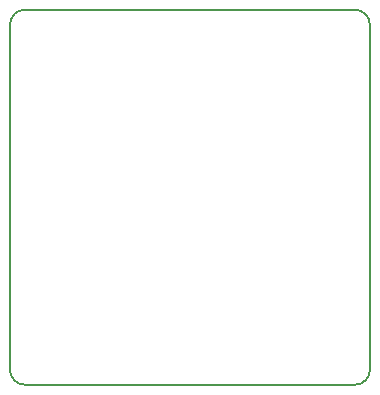
<source format=gm1>
G04 #@! TF.GenerationSoftware,KiCad,Pcbnew,(5.1.8)-1*
G04 #@! TF.CreationDate,2021-03-27T16:05:23+01:00*
G04 #@! TF.ProjectId,MSX Mega Adapter,4d535820-4d65-4676-9120-416461707465,rev?*
G04 #@! TF.SameCoordinates,Original*
G04 #@! TF.FileFunction,Profile,NP*
%FSLAX46Y46*%
G04 Gerber Fmt 4.6, Leading zero omitted, Abs format (unit mm)*
G04 Created by KiCad (PCBNEW (5.1.8)-1) date 2021-03-27 16:05:23*
%MOMM*%
%LPD*%
G01*
G04 APERTURE LIST*
G04 #@! TA.AperFunction,Profile*
%ADD10C,0.150000*%
G04 #@! TD*
G04 APERTURE END LIST*
D10*
X116205000Y-89535000D02*
X116205000Y-60325000D01*
X145415000Y-90805000D02*
X117475000Y-90805000D01*
X146685000Y-60325000D02*
X146685000Y-89535000D01*
X117475000Y-59055000D02*
X145415000Y-59055000D01*
X116205000Y-89535000D02*
G75*
G03*
X117475000Y-90805000I1270000J0D01*
G01*
X117475000Y-59055000D02*
G75*
G03*
X116205000Y-60325000I0J-1270000D01*
G01*
X146685000Y-60325000D02*
G75*
G03*
X145415000Y-59055000I-1270000J0D01*
G01*
X145415000Y-90805000D02*
G75*
G03*
X146685000Y-89535000I0J1270000D01*
G01*
M02*

</source>
